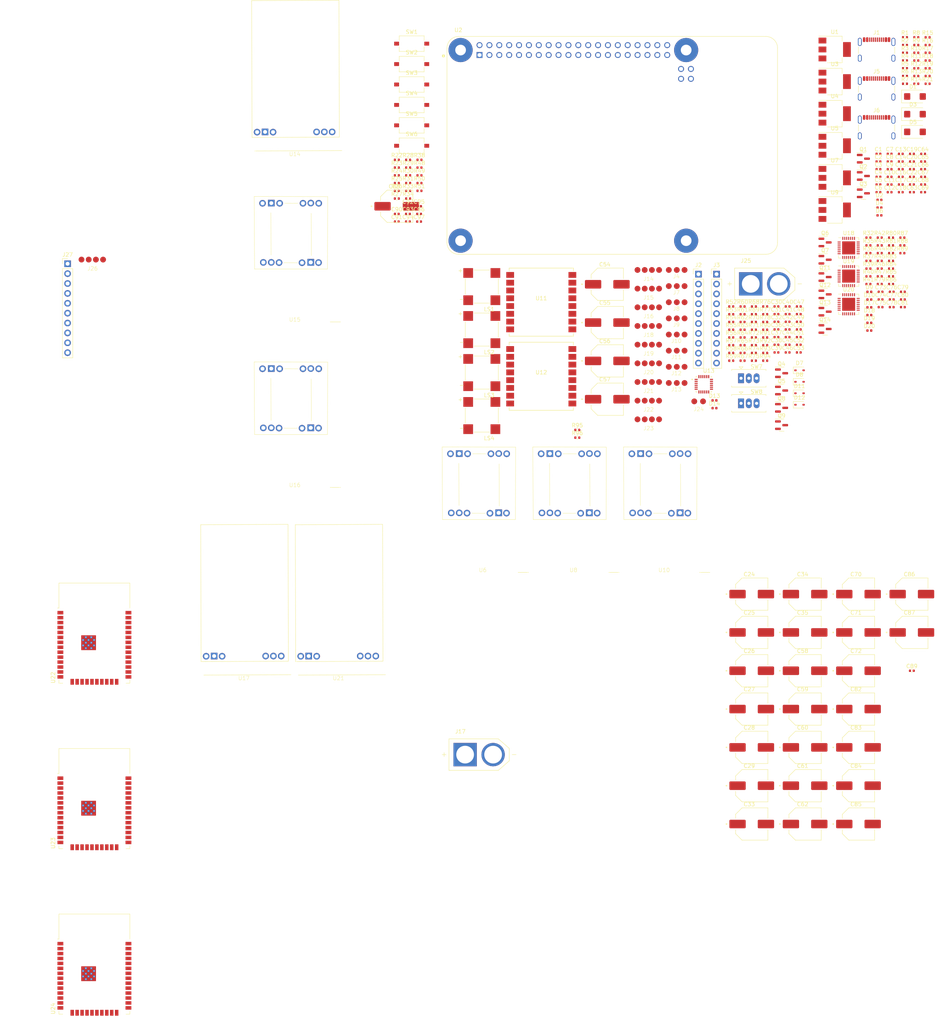
<source format=kicad_pcb>
(kicad_pcb (version 20221018) (generator pcbnew)
  (layers (0 "F.Cu" signal) (31 "B.Cu" signal) (34 "B.Paste" user) (35 "F.Paste" user) (36 "B.SilkS" user "B.Silkscreen") (37 "F.SilkS" user "F.Silkscreen") (38 "B.Mask" user) (39 "F.Mask" user) (44 "Edge.Cuts" user))
  (net 0 "")
  (net 1 "VCCQ")
  (net 2 "GND")
  (net 3 "Net-(Q1-G)")
  (net 4 "Net-(Q1-D)")
  (net 5 "+3.3V")
  (net 6 "VBUS")
  (net 7 "Net-(Q2-G)")
  (net 8 "Net-(Q2-D)")
  (net 9 "Net-(Q3-G)")
  (net 10 "Net-(Q3-D)")
  (net 11 "+5V")
  (net 12 "Net-(D2-A)")
  (net 13 "Net-(D4-A)")
  (net 14 "Net-(D6-A)")
  (net 15 "Net-(J1-CC1)")
  (net 17 "Net-(J1-CC2)")
  (net 19 "Net-(J5-CC1)")
  (net 21 "Net-(J5-CC2)")
  (net 23 "Net-(J6-CC1)")
  (net 25 "Net-(J6-CC2)")
  (net 27 "Net-(U11-VDD)")
  (net 28 "Net-(U12-VDD)")
  (net 29 "Net-(U13-CPOUT)")
  (net 30 "Net-(U13-VDD)")
  (net 31 "Net-(U13-REGOUT)")
  (net 32 "Net-(U18-VDD)")
  (net 33 "Net-(U19-VDD)")
  (net 34 "Net-(U20-VDD)")
  (net 35 "Net-(D9-A)")
  (net 36 "Net-(D10-A)")
  (net 37 "Net-(D17-A)")
  (net 38 "Net-(D18-A)")
  (net 39 "Net-(D19-A)")
  (net 40 "Net-(D20-A)")
  (net 41 "Net-(Q6-B)")
  (net 42 "/UART Bridge/RTS1")
  (net 43 "Net-(Q7-B)")
  (net 44 "/UART Bridge/DTR1")
  (net 45 "Net-(Q11-B)")
  (net 46 "/UART Bridge/RTS2")
  (net 47 "Net-(Q12-B)")
  (net 48 "/UART Bridge/DTR2")
  (net 49 "Net-(Q13-B)")
  (net 50 "/UART Bridge/RTS3")
  (net 51 "Net-(Q14-B)")
  (net 52 "/UART Bridge/DTR3")
  (net 53 "Net-(U18-VBUS)")
  (net 54 "Net-(U18-~{RST})")
  (net 55 "Net-(U18-TXD)")
  (net 56 "Net-(U18-RXD)")
  (net 57 "Net-(U19-VBUS)")
  (net 58 "Net-(U19-~{RST})")
  (net 59 "Net-(U19-TXD)")
  (net 60 "Net-(U19-RXD)")
  (net 61 "Net-(U20-VBUS)")
  (net 62 "Net-(U20-~{RST})")
  (net 63 "Net-(U20-TXD)")
  (net 64 "Net-(U20-RXD)")
  (net 65 "Net-(Q4-C)")
  (net 66 "Net-(D7-PadC)")
  (net 67 "Net-(Q5-C)")
  (net 68 "Net-(D8-PadC)")
  (net 69 "Net-(Q8-C)")
  (net 70 "Net-(D11-PadC)")
  (net 71 "Net-(Q9-C)")
  (net 72 "Net-(D12-PadC)")
  (net 73 "Net-(D13-A)")
  (net 74 "Net-(D14-A)")
  (net 75 "/BuzzJ1")
  (net 76 "/BuzzJ2")
  (net 77 "/BuzzJ3")
  (net 78 "/BuzzJ4")
  (net 79 "Net-(U1-VO)")
  (net 80 "Net-(U3-VO)")
  (net 81 "Net-(U5-VO)")
  (net 82 "Net-(J2-Pin_6)")
  (net 83 "/Aa")
  (net 84 "Net-(J3-Pin_6)")
  (net 136 "/Ab")
  (net 137 "Net-(J3-Pin_5)")
  (net 138 "Net-(J4-Pin_1)")
  (net 139 "/Vx1")
  (net 140 "Net-(J4-Pin_2)")
  (net 141 "Net-(J7-Pin_1)")
  (net 142 "/Vx2")
  (net 143 "Net-(J7-Pin_2)")
  (net 144 "Net-(J8-Pin_1)")
  (net 145 "/Vx3")
  (net 146 "Net-(J8-Pin_2)")
  (net 147 "Net-(J9-Pin_1)")
  (net 148 "/Vx4")
  (net 149 "Net-(J9-Pin_2)")
  (net 150 "Net-(J10-Pin_1)")
  (net 151 "/Vy1")
  (net 152 "Net-(J10-Pin_2)")
  (net 153 "Net-(J11-Pin_1)")
  (net 154 "/Vy2")
  (net 155 "Net-(J11-Pin_2)")
  (net 156 "Net-(J12-Pin_1)")
  (net 157 "/Vy3")
  (net 158 "Net-(J12-Pin_2)")
  (net 159 "Net-(J13-Pin_1)")
  (net 160 "/Vy4")
  (net 161 "Net-(J13-Pin_2)")
  (net 162 "Net-(J23-Pin_1)")
  (net 163 "Net-(J22-Pin_1)")
  (net 164 "Net-(J21-Pin_1)")
  (net 165 "Net-(U13-AD0)")
  (net 166 "/SCL1")
  (net 167 "/SDA1")
  (net 168 "5V")
  (net 173 "/tx")
  (net 174 "/rx")
  (net 175 "/gp17")
  (net 176 "/gp18")
  (net 177 "/gp27")
  (net 181 "/mosi")
  (net 182 "/miso")
  (net 184 "/sclk")
  (net 185 "/ce0")
  (net 186 "/ce1")
  (net 203 "/RST1")
  (net 204 "/DIO11")
  (net 210 "/VSCK")
  (net 211 "/VMISO")
  (net 212 "/VMOSI")
  (net 213 "/VCS_1")
  (net 214 "/RST2")
  (net 215 "/DIO12")
  (net 221 "/VCS_2")
  (net 229 "/SCLx")
  (net 230 "/SDAx")
  (net 231 "/RX1")
  (net 232 "/TX1")
  (net 233 "/RX2")
  (net 234 "/TX2")
  (net 235 "/RX3")
  (net 236 "/TX3")
  (net 237 "/S1-12")
  (net 238 "/S1-13")
  (net 239 "/S1-14")
  (net 240 "/S2-32")
  (net 241 "/S2-27")
  (net 242 "/S2-26")
  (net 243 "/S3-13")
  (net 244 "/S3-14")
  (net 245 "/S3-15")
  (net 246 "/RX_2")
  (net 247 "/TX_2")
  (net 248 "/RX_3")
  (net 249 "/TX_3")
  (net 250 "/RX_4")
  (net 251 "/TX_4")
  (net 252 "Vin")
  (net 253 "4S")
  (net 255 "/EN1")
  (net 256 "Net-(U6-5V)")
  (net 257 "Net-(U22-VDD)")
  (net 258 "/IO01")
  (net 259 "/EN2")
  (net 260 "Net-(U23-VDD)")
  (net 261 "/IO02")
  (net 262 "/EN3")
  (net 263 "Net-(U24-VDD)")
  (net 264 "/IO03")
  (net 265 "/D1+")
  (net 266 "/D1-")
  (net 267 "/D2+")
  (net 268 "/D2-")
  (net 269 "/D3+")
  (net 270 "/D3-")
  (net 271 "Net-(U15-5V)")
  (footprint "Resistor_SMD:R_0402_1005Metric" (layer "F.Cu") (at 440.487 50.59)
    (fp_text reference "R51")
    (fp_text value "1K")
  )
  (footprint "Battery:CAPAE830X1000N" (layer "F.Cu") (at 539.647 193.66)
    (fp_text reference "C60")
    (fp_text value "100uF")
  )
  (footprint "Capacitor_SMD:C_0402_1005Metric" (layer "F.Cu") (at 538.017 90.17)
    (fp_text reference "C52")
    (fp_text value "0.1uF")
  )
  (footprint "Capacitor_SMD:C_0402_1005Metric" (layer "F.Cu") (at 567.117 50.94)
    (fp_text reference "C63")
    (fp_text value "0.1uF")
  )
  (footprint "Capacitor_SMD:C_0402_1005Metric" (layer "F.Cu") (at 440.387 54.56)
    (fp_text reference "C95")
    (fp_text value "0.1uF")
  )
  (footprint "RF_Module:ESP32-WROOM-32D" (layer "F.Cu") (at 356.905 167.285)
    (fp_text reference "U22")
    (fp_text value "ESP32-WROOM-32D")
  )
  (footprint "Resistor_SMD:R_0402_1005Metric" (layer "F.Cu") (at 434.667 48.6)
    (fp_text reference "R25")
    (fp_text value "1K")
  )
  (footprint "Battery:CAPAE830X1000N" (layer "F.Cu") (at 539.647 213.36)
    (fp_text reference "C62")
    (fp_text value "100uF")
  )
  (footprint "Capacitor_SMD:C_0402_1005Metric" (layer "F.Cu") (at 567.097 173.96)
    (fp_text reference "C89")
    (fp_text value "0.1uF")
  )
  (footprint "Capacitor_SMD:C_0402_1005Metric" (layer "F.Cu") (at 558.507 43.06)
    (fp_text reference "C2")
    (fp_text value "0.1uF")
  )
  (footprint "Button_Switch_SMD:SW_Tactile_SPST_NO_Straight_CK_PTS636Sx25SMTRLFS" (layer "F.Cu") (at 438.487 12.76)
    (fp_text reference "SW1")
    (fp_text value "SW_DPST_x2")
  )
  (footprint "Button_Switch_SMD:AMASS_XT60-M" (layer "F.Cu") (at 529.2655 74.51)
    (fp_text reference "J25")
    (fp_text value "XT60-M")
  )
  (footprint "Audio_Module:buck 5v" (layer "F.Cu") (at 408.437 126.73)
    (fp_text reference "U16")
    (fp_text value "~")
  )
  (footprint "Resistor_SMD:R_0402_1005Metric" (layer "F.Cu") (at 437.577 44.62)
    (fp_text reference "R29")
    (fp_text value "1K")
  )
  (footprint "Resistor_SMD:R_0402_1005Metric" (layer "F.Cu") (at 529.387 88.29)
    (fp_text reference "R91")
    (fp_text value "1K")
  )
  (footprint "Capacitor_SMD:C_0402_1005Metric" (layer "F.Cu") (at 564.247 43.06)
    (fp_text reference "C14")
    (fp_text value "0.1uF")
  )
  (footprint "Capacitor_SMD:C_0402_1005Metric" (layer "F.Cu") (at 532.277 84.26)
    (fp_text reference "C32")
    (fp_text value "0.1uF")
  )
  (footprint "Capacitor_SMD:C_0402_1005Metric" (layer "F.Cu") (at 532.277 92.14)
    (fp_text reference "C39")
    (fp_text value "0.1uF")
  )
  (footprint "Button_Switch_SMD:solder_pad_4" (layer "F.Cu") (at 499.402 88.135)
    (fp_text reference "J18")
    (fp_text value "Peri Soc 1")
  )
  (footprint "Package_DFN_QFN:QFN-28-1EP_5x5mm_P0.5mm_EP3.35x3.35mm" (layer "F.Cu") (at 550.847 72.51)
    (fp_text reference "U19")
    (fp_text value "CP2102N-Axx-xQFN28")
  )
  (footprint "LED_SMD:LED_0402_1005Metric" (layer "F.Cu") (at 556.162 86.51)
    (fp_text reference "D20")
    (fp_text value "LED")
  )
  (footprint "Battery:CAPAE830X1000N" (layer "F.Cu") (at 525.922 203.51)
    (fp_text reference "C29")
    (fp_text value "100uF")
  )
  (footprint "Resistor_SMD:R_0402_1005Metric" (layer "F.Cu") (at 440.487 42.63)
    (fp_text reference "R38")
    (fp_text value "0")
  )
  (footprint "Connector_USB:USB_C_Receptacle_GCT_USB4105-xx-A_16P_TopMnt_Horizontal" (layer "F.Cu") (at 558.027 15.42)
    (fp_text reference "J1")
    (fp_text value "USB_C_Receptacle_USB2.0_16P")
  )
  (footprint "Battery:smd_pad_10" (layer "F.Cu") (at 506.552 102.135)
    (fp_text reference "J13")
    (fp_text value "Yaxis J4")
  )
  (footprint "LED_SMD:LED_0402_1005Metric" (layer "F.Cu") (at 516.342 104.46)
    (fp_text reference "D13")
    (fp_text value "LED")
  )
  (footprint "Resistor_SMD:R_0402_1005Metric" (layer "F.Cu") (at 568.237 17.1)
    (fp_text reference "R11")
    (fp_text value "100K")
  )
  (footprint "Battery:CAPAE830X1000N" (layer "F.Cu") (at 488.782 84.46)
    (fp_text reference "C55")
    (fp_text value "100uF")
  )
  (footprint "Resistor_SMD:R_0402_1005Metric" (layer "F.Cu") (at 568.237 15.11)
    (fp_text reference "R10")
    (fp_text value "5.1K")
  )
  (footprint "Resistor_SMD:R_0402_1005Metric" (layer "F.Cu") (at 555.927 66.61)
    (fp_text reference "R36")
    (fp_text value "220E")
  )
  (footprint "Capacitor_SMD:C_0402_1005Metric" (layer "F.Cu") (at 564.787 76.55)
    (fp_text reference "C79")
    (fp_text value "0.1uF")
  )
  (footprint "Capacitor_SMD:C_0402_1005Metric" (layer "F.Cu") (at 535.147 92.14)
    (fp_text reference "C46")
    (fp_text value "0.1uF")
  )
  (footprint "Resistor_SMD:R_0402_1005Metric" (layer "F.Cu") (at 520.657 84.31)
    (fp_text reference "R54")
    (fp_text value "0")
  )
  (footprint "Resistor_SMD:R_0402_1005Metric" (layer "F.Cu") (at 437.577 46.61)
    (fp_text reference "R30")
    (fp_text value "1K")
  )
  (footprint "Package_TO_SOT_SMD:SOT-23" (layer "F.Cu") (at 554.627 51.23)
    (fp_text reference "Q3")
    (fp_text value "AO3401A")
  )
  (footprint "Package_DFN_QFN:QFN-28-1EP_5x5mm_P0.5mm_EP3.35x3.35mm" (layer "F.Cu") (at 550.847 65.26)
    (fp_text reference "U18")
    (fp_text value "CP2102N-Axx-xQFN28")
  )
  (footprint "Resistor_SMD:R_0402_1005Metric" (layer "F.Cu") (at 520.657 90.28)
    (fp_text reference "R57")
    (fp_text value "0")
  )
  (footprint "Resistor_SMD:R_0402_1005Metric" (layer "F.Cu") (at 571.147 13.12)
    (fp_text reference "R16")
    (fp_text value "0")
  )
  (footprint "Resistor_SMD:R_0402_1005Metric" (layer "F.Cu") (at 526.477 88.29)
    (fp_text reference "R72")
    (fp_text value "0")
  )
  (footprint "Resistor_SMD:R_0402_1005Metric" (layer "F.Cu") (at 529.387 84.31)
    (fp_text reference "R78")
    (fp_text value "0")
  )
  (footprint "Connector_PinHeader_2.54mm:PinHeader_1x10_P2.54mm_Vertical" (layer "F.Cu") (at 350.012 69.342)
    (fp_text reference "J27")
    (fp_text value "RASP Peripheral")
  )
  (footprint "Resistor_SMD:R_0402_1005Metric" (layer "F.Cu") (at 561.747 70.59)
    (fp_text reference "R84")
    (fp_text value "220E")
  )
  (footprint "Resistor_SMD:R_0402_1005Metric" (layer "F.Cu") (at 440.487 46.61)
    (fp_text reference "R49")
    (fp_text value "1K")
  )
  (footprint "Resistor_SMD:R_0402_1005Metric" (layer "F.Cu") (at 529.387 94.26)
    (fp_text reference "R94")
    (fp_text value "220")
  )
  (footprint "Capacitor_SMD:C_0402_1005Metric" (layer "F.Cu") (at 559.047 80.49)
    (fp_text reference "C75")
    (fp_text value "0.1uF")
  )
  (footprint "Resistor_SMD:R_0402_1005Metric" (layer "F.Cu") (at 555.927 68.6)
    (fp_text reference "R37")
    (fp_text value "220E")
  )
  (footprint "Resistor_SMD:R_0402_1005Metric" (layer "F.Cu") (at 561.747 68.6)
    (fp_text reference "R83")
    (fp_text value "4.7K")
  )
  (footprint "Capacitor_SMD:C_0402_1005Metric" (layer "F.Cu") (at 569.987 47)
    (fp_text reference "C67")
    (fp_text value "0.1uF")
  )
  (footprint "Capacitor_SMD:C_0402_1005Metric" (layer "F.Cu") (at 567.117 48.97)
    (fp_text reference "C23")
    (fp_text value "0.1uF")
  )
  (footprint "Button_Switch_SMD:solder_pad_4" (layer "F.Cu") (at 356.437 71.067)
    (fp_text reference "J26")
    (fp_text value "UART RASP")
  )
  (footprint "RF_Module:Ai-Thinker-Ra-01-LoRa" (layer "F.Cu") (at 471.807 79.21)
    (fp_text reference "U11")
    (fp_text value "Ai-Thinker-Ra-02")
  )
  (footprint "Capacitor_SMD:C_0402_1005Metric" (layer "F.Cu") (at 561.377 41.09)
    (fp_text reference "C7")
    (fp_text value "0.1uF")
  )
  (footprint "Capacitor_SMD:C_0402_1005Metric" (layer "F.Cu") (at 569.987 48.97)
    (fp_text reference "C68")
    (fp_text value "0.1uF")
  )
  (footprint "Capacitor_SMD:C_0402_1005Metric" (layer "F.Cu") (at 538.017 84.26)
    (fp_text reference "C49")
    (fp_text value "0.1uF")
  )
  (footprint "Package_TO_SOT_SMD:SOT-23" (layer "F.Cu") (at 533.597 97.48)
    (fp_text reference "Q4")
    (fp_text value "BC847")
  )
  (footprint "Resistor_SMD:R_0402_1005Metric" (layer "F.Cu") (at 529.387 90.28)
    (fp_text reference "R92")
    (fp_text value "0")
  )
  (footprint "Capacitor_SMD:C_0402_1005Metric" (layer "F.Cu") (at 561.377 50.94)
    (fp_text reference "C12")
    (fp_text value "0.1uF")
  )
  (footprint "Resistor_SMD:R_0402_1005Metric" (layer "F.Cu") (at 523.567 80.33)
    (fp_text reference "R60")
    (fp_text value "0")
  )
  (footprint "LED_SMD:LED_0402_1005Metric" (layer "F.Cu") (at 516.342 106.45)
    (fp_text reference "D14")
    (fp_text value "LED")
  )
  (footprint "Battery:smd_pad_10" (layer "F.Cu") (at 506.552 77.235)
    (fp_text reference "J7")
    (fp_text value "Xaxis J2")
  )
  (footprint "Capacitor_SMD:C_0402_1005Metric" (layer "F.Cu") (at 561.377 45.03)
    (fp_text reference "C9")
    (fp_text value "0.1uF")
  )
  (footprint "Capacitor_SMD:C_0402_1005Metric" (layer "F.Cu") (at 538.017 82.29)
    (fp_text reference "C48")
    (fp_text value "100uF")
  )
  (footprint "Button_Switch_SMD:solder_motor" (layer "F.Cu") (at 512.302 107.215)
    (fp_text reference "J24")
    (fp_text value "5V")
  )
  (footprint "Resistor_SMD:R_0402_1005Metric" (layer "F.Cu") (at 526.477 94.26)
    (fp_text reference "R75")
    (fp_text value "0")
  )
  (footprint "Battery:CAPAE830X1000N" (layer "F.Cu") (at 488.782 94.31)
    (fp_text reference "C56")
    (fp_text value "100uF")
  )
  (footprint "Capacitor_SMD:C_0402_1005Metric" (layer "F.Cu") (at 532.277 82.29)
    (fp_text reference "C31")
    (fp_text value "0.1uF")
  )
  (footprint "Package_TO_SOT_SMD:SOT-23" (layer "F.Cu") (at 544.777 77.21)
    (fp_text reference "Q12")
    (fp_text value "BC817")
  )
  (footprint "Battery:CAPAE830X1000N" (layer "F.Cu") (at 434.647 54.56)
    (fp_text reference "C88")
    (fp_text value "100uF")
  )
  (footprint "Capacitor_SMD:C_0402_1005Metric" (layer "F.Cu") (at 559.047 76.55)
    (fp_text reference "C73")
    (fp_text value "0.1uF")
  )
  (footprint "Capacitor_SMD:C_0402_1005Metric" (layer "F.Cu") (at 564.787 78.52)
    (fp_text reference "C80")
    (fp_text value "0.1uF")
  )
  (footprint "Button_Switch_SMD:solder_pad_4" (layer "F.Cu") (at 499.402 107.335)
    (fp_text reference "J22")
    (fp_text value "UART Soc 2")
  )
  (footprint "Package_TO_SOT_SMD:SOT-23" (layer "F.Cu") (at 554.627 42.33)
    (fp_text reference "Q1")
    (fp_text value "AO3401A")
  )
  (footprint "Resistor_SMD:R_0402_1005Metric" (layer "F.Cu") (at 558.837 72.58)
    (fp_text reference "R47")
    (fp_text value "1K")
  )
  (footprint "Capacitor_SMD:C_0402_1005Metric" (layer "F.Cu") (at 535.147 86.23)
    (fp_text reference "C43")
    (fp_text value "0.1uF")
  )
  (footprint "Resistor_SMD:R_0402_1005Metric" (layer "F.Cu") (at 561.747 72.58)
    (fp_text reference "R85")
    (fp_text value "220E")
  )
  (footprint "Battery:CAPAE830X1000N" (layer "F.Cu") (at 567.097 154.26)
    (fp_text reference "C86")
    (fp_text value "100uF")
  )
  (footprint "Button_Switch_SMD:AMASS_XT60-M" (layer "F.Cu") (at 455.8255 195.52)
    (fp_text reference "J17")
    (fp_text value "XT60-M")
  )
  (footprint "Battery:smd_pad_10" (layer "F.Cu") (at 506.552 85.535)
    (fp_text reference "J9")
    (fp_text value "Xaxis J4")
  )
  (footprint "Capacitor_SMD:C_0402_1005Metric" (layer "F.Cu") (at 569.987 45.03)
    (fp_text reference "C66")
    (fp_text value "0.1uF")
  )
  (footprint "Resistor_SMD:R_0402_1005Metric" (layer "F.Cu") (at 523.567 94.26)
    (fp_text reference "R67")
    (fp_text value "0")
  )
  (footprint "Resistor_SMD:R_0402_1005Metric" (layer "F.Cu") (at 558.837 70.59)
    (fp_text reference "R46")
    (fp_text value "220E")
  )
  (footprint "Resistor_SMD:R_0402_1005Metric" (layer "F.Cu") (at 558.837 66.61)
    (fp_text reference "R44")
    (fp_text value "4.7K")
  )
  (footprint "Resistor_SMD:R_0402_1005Metric" (layer "F.Cu") (at 565.327 23.07)
    (fp_text reference "R7")
    (fp_text value "150E")
  )
  (footprint "Battery:CAPAE830X1000N" (layer "F.Cu") (at 488.782 104.16)
    (fp_text reference "C57")
    (fp_text value "100uF")
  )
  (footprint "Button_Switch_SMD:QFN50P400X400X95-24N" (layer "F.Cu") (at 513.602 100.325)
    (fp_text reference "U13")
    (fp_text value "MPU-6050")
  )
  (footprint "Resistor_SMD:R_0402_1005Metric" (layer "F.Cu") (at 437.577 48.6)
    (fp_text reference "R31")
    (fp_text value "1K")
  )
  (footprint "Resistor_SMD:R_0402_1005Metric" (layer "F.Cu") (at 555.927 62.63)
    (fp_text reference "R32")
    (fp_text value "0")
  )
  (footprint "Resistor_SMD:R_0402_1005Metric" (layer "F.Cu") (at 526.477 80.33)
    (fp_text reference "R68")
    (fp_text value "0")
  )
  (footprint "Resistor_SMD:R_0402_1005Metric" (layer "F.Cu") (at 481.074 112.056)
    (fp_text reference "R95")
    (fp_text value "0")
  )
  (footprint "LED_SMD:LED_0402_1005Metric" (layer "F.Cu") (at 558.762 56.9)
    (fp_text reference "D6")
    (fp_text value "LED")
  )
  (footprint "Capacitor_SMD:C_0402_1005Metric" (layer "F.Cu") (at 569.987 41.09)
    (fp_text reference "C64")
    (fp_text value "0.1uF")
  )
  (footprint "LED_SMD:LED_0402_1005Metric" (layer "F.Cu") (at 556.162 76.56)
    (fp_text reference "D9")
    (fp_text value "LED")
  )
  (footprint "Audio_Module:5v_usbbuck" (layer "F.Cu") (at 395.34 176.38)
    (fp_text reference "U17")
    (fp_text value "~")
  )
  (footprint "LED_SMD:LED_0402_1005Metric" (layer "F.Cu") (at 556.162 82.53)
    (fp_text reference "D18")
    (fp_text value "LED")
  )
  (footprint "Battery:CAPAE830X1000N" (layer "F.Cu") (at 539.647 173.96)
    (fp_text reference "C58")
    (fp_text value "100uF")
  )
  (footprint "Capacitor_SMD:C_0402_1005Metric" (layer "F.Cu") (at 535.147 80.32)
    (fp_text reference "C40")
    (fp_text value "0.1uF")
  )
  (footprint "Capacitor_SMD:C_0402_1005Metric" (layer "F.Cu") (at 440.387 56.53)
    (fp_text reference "C96")
    (fp_text value "0.1uF")
  )
  (footprint "Battery:CAPAE830X1000N" (layer "F.Cu") (at 553.372 183.81)
    (fp_text reference "C82")
    (fp_text value "100uF")
  )
  (footprint "Battery:CAPAE830X1000N" (layer "F.Cu") (at 553.372 193.66)
    (fp_text reference "C83")
    (fp_text value "100uF")
  )
  (footprint "Resistor_SMD:R_0402_1005Metric" (layer "F.Cu") (at 529.387 86.3)
    (fp_text reference "R90")
    (fp_text value "0")
  )
  (footprint "Resistor_SMD:R_0402_1005Metric" (layer "F.Cu") (at 434.667 44.62)
    (fp_text reference "R23")
    (fp_text value "0")
  )
  (footprint "Package_TO_SOT_SMD:SOT-23" (layer "F.Cu") (at 533.597 110.83)
    (fp_text reference "Q9")
    (fp_text value "BC847")
  )
  (footprint "Capacitor_SMD:C_0402_1005Metric" (layer "F.Cu") (at 561.377 47)
    (fp_text reference "C10")
    (fp_text value "0.1uF")
  )
  (footprint "Capacitor_SMD:C_0402_1005Metric" (layer "F.Cu") (at 532.277 80.32)
    (fp_text reference "C30")
    (fp_text value "0.1uF")
  )
  (footprint "Battery:CAPAE830X1000N" (layer "F.Cu") (at 525.922 173.96)
    (fp_text reference "C26")
    (fp_text value "100uF")
  )
  (footprint "Resistor_SMD:R_0402_1005Metric" (layer "F.Cu") (at 529.387 82.32)
    (fp_text reference "R77")
    (fp_text value "0")
  )
  (footprint "Capacitor_SMD:C_0402_1005Metric" (layer "F.Cu") (at 559.047 78.52)
    (fp_text reference "C74")
    (fp_text value "0.1uF")
  )
  (footprint "Resistor_SMD:R_0402_1005Metric" (layer "F.Cu") (at 571.147 19.09)
    (fp_text reference "R19")
    (fp_text value "0")
  )
  (footprint "Capacitor_SMD:C_0402_1005Metric" (layer "F.Cu") (at 538.017 86.23)
    (fp_text reference "C50")
    (fp_text value "0.1uF")
  )
  (footprint "Audio_Module:5v_usbbuck" (layer "F.Cu") (at 419.66 176.38)
    (fp_text reference "U21")
    (fp_text value "~")
  )
  (footprint "Capacitor_SMD:C_0402_1005Metric" (layer "F.Cu") (at 561.917 80.49)
    (fp_text reference "C78")
    (fp_text value "0.1uF")
  )
  (footprint "Battery:CAPAE830X1000N" (layer "F.Cu") (at 539.647 154.26)
    (fp_text reference "C34")
    (fp_text value "100uF")
  )
  (footprint "Capacitor_SMD:C_0402_1005Metric" (layer "F.Cu") (at 564.247 41.09)
    (fp_text reference "C13")
    (fp_text value "0.1uF")
  )
  (footprint "Package_TO_SOT_SMD:SOT-23" (layer "F.Cu") (at 544.777 63.86)
    (fp_text reference "Q6")
    (fp_text value "BC817")
  )
  (footprint "RF_Module:ESP32-WROOM-32D" (layer "F.Cu") (at 356.905 252.365)
    (fp_text reference "U24")
    (fp_text value "ESP32-WROOM-32D")
  )
  (footprint "Button_Switch_SMD:SW_Tactile_SPST_NO_Straight_CK_PTS636Sx25SMTRLFS" (layer "F.Cu") (at 438.487 18.01)
    (fp_text reference "SW2")
    (fp_text value "SW_DPST_x2")
  )
  (footprint "Resistor_SMD:R_0402_1005Metric" (layer "F.Cu") (at 526.477 92.27)
    (fp_text reference "R74")
    (fp_text value "0")
  )
  (footprint "RF_Module:Ai-Thinker-Ra-01-LoRa" (layer "F.Cu") (at 471.807 98.26)
    (fp_text reference "U12")
    (fp_text value "Ai-Thinker-Ra-02")
  )
  (footprint "LED_SMD:LED_0402_1005Metric" (layer "F.Cu") (at 558.762 52.92)
    (fp_text reference "D2")
    (fp_text value "LED")
  )
  (footprint "LED_SMD:LED_0402_1005Metric" (layer "F.Cu") (at 556.162 80.54)
    (fp_text reference "D17")
    (fp_text value "LED")
  )
  (footprint "Capacitor_SMD:C_0402_1005Metric" (layer "F.Cu") (at 567.117 43.06)
    (fp_text reference "C20")
    (fp_text value "0.1uF")
  )
  (footprint "Button_Switch_SMD:P25_DO-214AC_SMA" (layer "F.Cu") (at 565.897 35.44)
    (fp_text reference "D5")
    (fp_text value "SS34")
  )
  (footprint "Resistor_SMD:R_0402_1005Metric" (layer "F.Cu") (at 561.747 64.62)
    (fp_text reference "R81")
    (fp_text value "150E")
  )
  (footprint "Capacitor_SMD:C_0402_1005Metric" (layer "F.Cu") (at 561.917 78.52)
    (fp_text reference "C77")
    (fp_text value "0.1uF")
  )
  (footprint "Capacitor_SMD:C_0402_1005Metric" (layer "F.Cu") (at 437.517 54.56)
    (fp_text reference "C92")
    (fp_text value "0.1uF")
  )
  (footprint "Battery:CAPAE830X1000N" (layer "F.Cu") (at 539.647 203.51)
    (fp_text reference "C61")
    (fp_text value "100uF")
  )
  (footprint "Resistor_SMD:R_0402_1005Metric" (layer "F.Cu") (at 561.747 74.57)
    (fp_text reference "R86")
    (fp_text value "1K")
  )
  (footprint "Resistor_SMD:R_0402_1005Metric" (layer "F.Cu") (at 437.577 42.63)
    (fp_text reference "R28")
    (fp_text value "1K")
  )
  (footprint "Resistor_SMD:R_0402_1005Metric" (layer "F.Cu") (at 568.237 23.07)
    (fp_text reference "R14")
    (fp_text value "150E")
  )
  (footprint "Capacitor_SMD:C_0402_1005Metric" (layer "F.Cu") (at 569.987 43.06)
    (fp_text reference "C65")
    (fp_text value "0.1uF")
  )
  (footprint "Resistor_SMD:R_0402_1005Metric" (layer "F.Cu") (at 558.837 62.63)
    (fp_text reference "R42")
    (fp_text value "150E")
  )
  (footprint "Resistor_SMD:R_0402_1005Metric" (layer "F.Cu") (at 558.837 68.6)
    (fp_text reference "R45")
    (fp_text value "220E")
  )
  (footprint "Resistor_SMD:R_0402_1005Metric" (layer "F.Cu") (at 434.667 46.61)
    (fp_text reference "R24")
    (fp_text value "1K")
  )
  (footprint "Battery:CAPAE830X1000N" (layer "F.Cu") (at 567.097 164.11)
    (fp_text reference "C87")
    (fp_text value "100uF")
  )
  (footprint "Resistor_SMD:R_0402_1005Metric" (layer "F.Cu") (at 440.487 44.62)
    (fp_text reference "R48")
    (fp_text value "1K")
  )
  (footprint "Battery:smd_pad_10" (layer "F.Cu") (at 506.552 73.085)
    (fp_text reference "J4")
    (fp_text value "Xaxis J1")
  )
  (footprint "Resistor_SMD:R_0402_1005Metric" (layer "F.Cu") (at 564.657 64.62)
    (fp_text reference "R88")
    (fp_text value "150E")
  )
  (footprint "Resistor_SMD:R_0402_1005Metric" (layer "F.Cu") (at 571.147 17.1)
    (fp_text reference "R18")
    (fp_text value "100K")
  )
  (footprint "Resistor_SMD:R_0402_1005Metric" (layer "F.Cu") (at 526.477 84.31)
    (fp_text reference "R70")
    (fp_text value "0")
  )
  (footprint "Capacitor_SMD:C_0402_1005Metric" (layer "F.Cu") (at 561.377 43.06)
    (fp_text reference "C8")
    (fp_text value "0.1uF")
  )
  (footprint "Capacitor_SMD:C_0402_1005Metric" (layer "F.Cu") (at 567.117 45.03)
    (fp_text reference "C21")
    (fp_text value "0.1uF")
  )
  (footprint "LED_SMD:LED_0402_1005Metric" (layer "F.Cu") (at 556.162 78.55)
    (fp_text reference "D10")
    (fp_text value "LED")
  )
  (footprint "Package_TO_SOT_SMD:SOT-223-3_TabPin2" (layer "F.Cu") (at 547.257 39.01)
    (fp_text reference "U5")
    (fp_text value "AMS1117-3.3")
  )
  (footprint "Package_TO_SOT_SMD:SOT-223-3_TabPin2" (layer "F.Cu") (at 547.257 47.26)
    (fp_text reference "U7")
    (fp_text value "AMS1117-3.3")
  )
  (footprint "Resistor_SMD:R_0402_1005Metric" (layer "F.Cu") (at 520.657 94.26)
    (fp_text reference "R59")
    (fp_text value "0")
  )
  (footprint "Capacitor_SMD:C_0402_1005Metric" (layer "F.Cu") (at 567.117 47)
    (fp_text reference "C22")
    (fp_text value "0.1uF")
  )
  (footprint "Audio_Module:buck 5v" (layer "F.Cu") (at 480.082 148.585)
    (fp_text reference "U8")
    (fp_text value "~")
  )
  (footprint "Capacitor_SMD:C_0402_1005Metric" (layer "F.Cu") (at 564.247 45.03)
    (fp_text reference "C15")
    (fp_text value "0.1uF")
  )
  (footprint "Resistor_SMD:R_0402_1005Metric" (layer "F.Cu") (at 520.657 92.27)
    (fp_text reference "R58")
    (fp_text value "0")
  )
  (footprint "Capacitor_SMD:C_0402_1005Metric" (layer "F.Cu") (at 437.517 56.53)
    (fp_text reference "C93")
    (fp_text value "0.1uF")
  )
  (footprint "Capacitor_SMD:C_0402_1005Metric" (layer "F.Cu") (at 437.517 58.5)
    (fp_text reference "C94")
    (fp_text value "0.1uF")
  )
  (footprint "Button_Switch_SMD:SW_Tactile_SPST_NO_Straight_CK_PTS636Sx25SMTRLFS" (layer "F.Cu") (at 438.487 33.76)
    (fp_text reference "SW5")
    (fp_text value "SW_DPST_x2")
  )
  (footprint "Capacitor_SMD:CUI_CMT-8530S-SMT" (layer "F.Cu") (at 446.512 86.26)
    (fp_text reference "LS2")
    (fp_text value "CMT-8530S-SMT")
  )
  (footprint "Battery:smd_pad_10" (layer "F.Cu") (at 506.552 93.835)
    (fp_text reference "J11")
    (fp_text value "Yaxis J2")
  )
  (footprint "Package_TO_SOT_SMD:SOT-23" (layer "F.Cu") (at 554.627 46.78)
    (fp_text reference "Q2")
    (fp_text value "AO3401A")
  )
  (footprint "Button_Switch_SMD:solder_pad_4" (layer "F.Cu") (at 499.402 112.135)
    (fp_text reference "J23")
    (fp_text value "UART Soc 3")
  )
  (footprint "Resistor_SMD:R_0402_1005Metric" (layer "F.Cu") (at 565.327 19.09)
    (fp_text reference "R5")
    (fp_text value "0")
  )
  (footprint "Resistor_SMD:R_0402_1005Metric" (layer "F.Cu") (at 564.657 66.61)
    (fp_text reference "R89")
    (fp_text value "150E")
  )
  (footprint "Resistor_SMD:R_0402_1005Metric" (layer "F.Cu") (at 434.667 50.59)
    (fp_text reference "R26")
    (fp_text value "1K")
  )
  (footprint "Resistor_SMD:R_0402_1005Metric" (layer "F.Cu") (at 571.147 15.11)
    (fp_text reference "R17")
    (fp_text value "5.1K")
  )
  (footprint "Package_TO_SOT_SMD:SOT-23" (layer "F.Cu") (at 544.777 86.11)
    (fp_text reference "Q14")
    (fp_text value "BC817")
  )
  (footprint "Package_TO_SOT_SMD:SOT-23" (layer "F.Cu") (at 533.597 106.38)
    (fp_text reference "Q8")
    (fp_text value "BC847")
  )
  (footprint "Diode_SMD:D_SOD-323" (layer "F.Cu") (at 538.212 96.73)
    (fp_text reference "D7")
    (fp_text value "1N4148")
  )
  (footprint "Capacitor_SMD:C_0402_1005Metric" (layer "F.Cu") (at 558.507 45.03)
    (fp_text reference "C3")
    (fp_text value "0.1uF")
  )
  (footprint "Button_Switch_THT:SW_Slide_1P2T_CK_OS102011MS2Q" (layer "F.Cu") (at 523.177 98.775)
    (fp_text reference "SW7")
    (fp_text value "SW_SPDT")
  )
  (footprint "Capacitor_SMD:C_0402_1005Metric" (layer "F.Cu") (at 532.277 90.17)
    (fp_text reference "C38")
    (fp_text value "0.1uF")
  )
  (footprint "Capacitor_SMD:CUI_CMT-8530S-SMT" (layer "F.Cu") (at 446.512 75.21)
    (fp_text reference "LS1")
    (fp_text value "CMT-8530S-SMT")
  )
  (footprint "Button_Switch_SMD:MODULE_RASPBERRY_PI_4B_4GB" (layer "F.Cu") (at 490.062 38.91)
    (fp_text reference "U2")
    (fp_text value "RASPBERRY_PI_4B_4GB")
  )
  (footprint "Button_Switch_THT:SW_Slide_1P2T_CK_OS102011MS2Q" (layer "F.Cu") (at 523.177 105.22)
    (fp_text reference "SW8")
    (fp_text value "SW_SPDT")
  )
  (footprint "Audio_Module:5v_usbbuck" (layer "F.Cu") (at 408.437 41.65)
    (fp_text reference "U14")
    (fp_text value "~")
  )
  (footprint "Resistor_SMD:R_0402_1005Metric" (layer "F.Cu") (at 571.147 11.13)
    (fp_text reference "R15")
    (fp_text value "5.1K")
  )
  (footprint "Battery:CAPAE830X1000N" (layer "F.Cu") (at 488.782 74.61)
    (fp_text reference "C54")
    (fp_text value "100uF")
  )
  (footprint "Connector_USB:USB_C_Receptacle_GCT_USB4105-xx-A_16P_TopMnt_Horizontal" (layer "F.Cu") (at 558.027 35.4)
    (fp_text reference "J6")
    (fp_text value "USB_C_Receptacle_USB2.0_16P")
  )
  (footprint "Package_TO_SOT_SMD:SOT-223-3_TabPin2" (layer "F.Cu") (at 547.257 14.26)
    (fp_text reference "U1")
    (fp_text value "AMS1117-3.3")
  )
  (footprint "Capacitor_SMD:C_0402_1005Metric" (layer "F.Cu") (at 558.507 50.94)
    (fp_text reference "C6")
    (fp_text value "0.1uF")
  )
  (footprint "Package_TO_SOT_SMD:SOT-223-3_TabPin2" (layer "F.Cu") (at 547.257 22.51)
    (fp_text reference "U3")
    (fp_text value "AMS1117-3.3")
  )
  (footprint "Resistor_SMD:R_0402_1005Metric" (layer "F.Cu") (at 520.657 88.29)
    (fp_text reference "R56")
    (fp_text value "0")
  )
  (footprint "Button_Switch_SMD:solder_pad_4" (layer "F.Cu") (at 499.402 83.335)
    (fp_text reference "J16")
    (fp_text value "ICSP3")
  )
  (footprint "Capacitor_SMD:C_0402_1005Metric" (layer "F.Cu") (at 535.147 90.17)
    (fp_text reference "C45")
    (fp_text value "0.1uF")
  )
  (footprint "Resistor_SMD:R_0402_1005Metric" (layer "F.Cu") (at 481.074 114.046)
    (fp_text reference "R96")
    (fp_text value "1K")
  )
  (footprint "Resistor_SMD:R_0402_1005Metric" (layer "F.Cu") (at 526.477 86.3)
    (fp_text reference "R71")
    (fp_text value "0")
  )
  (footprint "Diode_SMD:D_SOD-323" (layer "F.Cu") (at 538.212 105.58)
    (fp_text reference "D12")
    (fp_text value "1N4148")
  )
  (footprint "Package_TO_SOT_SMD:SOT-23" (layer "F.Cu") (at 544.777 68.31)
    (fp_text reference "Q7")
    (fp_text value "BC817")
  )
  (footprint "Capacitor_SMD:C_0402_1005Metric" (layer "F.Cu") (at 564.247 50.94)
    (fp_text reference "C18")
    (fp_text value "0.1uF")
  )
  (footprint "Capacitor_SMD:C_0402_1005Metric" (layer "F.Cu") (at 564.247 48.97)
    (fp_text reference "C17")
    (fp_text value "0.1uF")
  )
  (footprint "Capacitor_SMD:C_0402_1005Metric" (layer "F.Cu") (at 535.147 84.26)
    (fp_text reference "C42")
    (fp_text value "0.1uF")
  )
  (footprint "Capacitor_SMD:C_0402_1005Metric" (layer "F.Cu") (at 538.017 88.2)
    (fp_text reference "C51")
    (fp_text value "2.2nF")
  )
  (footprint "Battery:CAPAE830X1000N" (layer "F.Cu") (at 539.647 164.11)
    (fp_text reference "C35")
    (fp_text value "100uF")
  )
  (footprint "Diode_SMD:D_SOD-323" (layer "F.Cu") (at 538.212 99.68)
    (fp_text reference "D8")
    (fp_text value "1N4148")
  )
  (footprint "Capacitor_SMD:C_0402_1005Metric" (layer "F.Cu") (at 532.277 86.23)
    (fp_text reference "C36")
    (fp_text value "0.1uF")
  )
  (footprint "Resistor_SMD:R_0402_1005Metric" (layer "F.Cu") (at 520.657 86.3)
    (fp_text reference "R55")
    (fp_text value "0")
  )
  (footprint "Resistor_SMD:R_0402_1005Metric" (layer "F.Cu") (at 568.237 19.09)
    (fp_text reference "R12")
    (fp_text value "0")
  )
  (footprint "Capacitor_SMD:C_0402_1005Metric" (layer "F.Cu") (at 434.647 58.5)
    (fp_text reference "C91")
    (fp_text value "0.1uF")
  )
  (footprint "Capacitor_SMD:C_0402_1005Metric" (layer "F.Cu") (at 535.147 88.2)
    (fp_text reference "C44")
    (fp_text value "0.1uF")
  )
  (footprint "Capacitor_SMD:C_0402_1005Metric" (layer "F.Cu") (at 569.987 50.94)
    (fp_text reference "C69")
    (fp_text value "0.1uF")
  )
  (footprint "Battery:smd_pad_10" (layer "F.Cu") (at 506.552 81.385)
    (fp_text reference "J8")
    (fp_text value "Xaxis J3")
  )
  (footprint "Button_Switch_SMD:solder_pad_4" (layer "F.Cu") (at 499.402 78.535)
    (fp_text reference "J15")
    (fp_text value "ICSP2")
  )
  (footprint "Capacitor_SMD:C_0402_1005Metric" (layer "F.Cu") (at 558.507 47)
    (fp_text reference "C4")
    (fp_text value "0.1uF")
  )
  (footprint "Capacitor_SMD:C_0402_1005Metric" (layer "F.Cu") (at 558.507 48.97)
    (fp_text reference "C5")
    (fp_text value "0.1uF")
  )
  (footprint "Resistor_SMD:R_0402_1005Metric" (layer "F.Cu") (at 523.567 84.31)
    (fp_text reference "R62")
    (fp_text value "0")
  )
  (footprint "Audio_Module:buck 5v" (layer "F.Cu") (at 456.762 148.585)
    (fp_text reference "U6")
    (fp_text value "~")
  )
  (footprint "Audio_Module:buck 5v" (layer "F.Cu") (at 503.402 148.585)
    (fp_text reference "U10")
    (fp_text value "~")
  )
  (footprint "Resistor_SMD:R_0402_1005Metric" (layer "F.Cu") (at 526.477 82.32)
    (fp_text reference "R69")
    (fp_text value "0")
  )
  (footprint "Resistor_SMD:R_0402_1005Metric" (layer "F.Cu") (at 520.657 82.32)
    (fp_text reference "R53")
    (fp_text value "0")
  )
  (footprint "Capacitor_SMD:C_0402_1005Metric" (layer "F.Cu") (at 564.247 47)
    (fp_text reference "C16")
    (fp_text value "0.1uF")
  )
  (footprint "Resistor_SMD:R_0402_1005Metric" (layer "F.Cu") (at 523.567 82.32)
    (fp_text reference "R61")
    (fp_text value "0")
  )
  (footprint "Battery:CAPAE830X1000N" (layer "F.Cu") (at 525.922 154.26)
    (fp_text reference "C24")
    (fp_text value "100uF")
  )
  (footprint "Resistor_SMD:R_0402_1005Metric" (layer "F.Cu") (at 440.487 48.6)
    (fp_text reference "R50")
    (fp_text value "1K")
  )
  (footprint "Battery:CAPAE830X1000N" (layer "F.Cu") (at 525.922 213.36)
    (fp_text reference "C33")
    (fp_text value "100uF")
  )
  (footprint "LED_SMD:LED_0402_1005Metric" (layer "F.Cu") (at 556.162 84.52)
    (fp_text reference "D19")
    (fp_text value "LED")
  )
  (footprint "Resistor_SMD:R_0402_1005Metric" (layer "F.Cu") (at 565.327 21.08)
    (fp_text reference "R6")
    (fp_text value "0")
  )
  (footprint "Capacitor_SMD:C_0402_1005Metric" (layer "F.Cu") (at 434.647 56.53)
    (fp_text reference "C90")
    (fp_text value "0.1uF")
  )
  (footprint "Battery:CAPAE830X1000N" (layer "F.Cu") (at 525.922 193.66)
    (fp_text reference "C28")
    (fp_text value "100uF")
  )
  (footprint "Capacitor_SMD:C_0402_1005Metric" (layer "F.Cu") (at 538.017 92.14)
    (fp_text reference "C53")
    (fp_text value "0.1uF")
  )
  (footprint "Button_Switch_SMD:SW_Tactile_SPST_NO_Straight_CK_PTS636Sx25SMTRLFS" (layer "F.Cu") (at 438.487 39.01)
    (fp_text reference "SW6")
    (fp_text value "SW_DPST_x2")
  )
  (footprint "Battery:CAPAE830X1000N" (layer "F.Cu") (at 539.647 183.81)
    (fp_text reference "C59")
    (fp_text value "100uF")
  )
  (footprint "Package_TO_SOT_SMD:SOT-23" (layer "F.Cu") (at 533.597 101.93)
    (fp_text reference "Q5")
    (fp_text value "BC847")
  )
  (footprint "Button_Switch_SMD:solder_pad_4" (layer "F.Cu") (at 499.402 73.735)
    (fp_text reference "J14")
    (fp_text value "ICSP1")
  )
  (footprint "Resistor_SMD:R_0402_1005Metric" (layer "F.Cu") (at 434.667 42.63)
    (fp_text reference "R22")
    (fp_text value "0")
  )
  (footprint "Button_Switch_SMD:P25_DO-214AC_SMA" (layer "F.Cu") (at 565.897 26.34)
    (fp_text reference "D1")
    (fp_text value "SS34")
  )
  (footprint "Resistor_SMD:R_0402_1005Metric" (layer "F.Cu") (at 561.747 66.61)
    (fp_text reference "R82")
    (fp_text value "0")
  )
  (footprint "Audio_Module:buck 5v" (layer "F.Cu") (at 408.437 84.19)
    (fp_text reference "U15")
    (fp_text value "~")
  )
  (footprint "Resistor_SMD:R_0402_1005Metric" (layer "F.Cu") (at 571.147 23.07)
    (fp_text reference "R21")
    (fp_text value "150E")
  )
  (footprint "Resistor_SMD:R_0402_1005Metric" (layer "F.Cu") (at 437.577 50.59)
    (fp_text reference "R33")
    (fp_text value "1K")
  )
  (footprint "Capacitor_SMD:C_0402_1005Metric" (layer "F.Cu") (at 538.017 80.32)
    (fp_text reference "C47")
    (fp_text value "100uF")
  )
  (footprint "Resistor_SMD:R_0402_1005Metric" (layer "F.Cu") (at 523.567 88.29)
    (fp_text reference "R64")
    (fp_text value "0")
  )
  (footprint "Button_Switch_SMD:solder_pad_4" (layer "F.Cu") (at 499.402 92.935)
    (fp_text reference "J19")
    (fp_text value "Peri Soc 2")
  )
  (footprint "Battery:smd_pad_10" (layer "F.Cu") (at 506.552 89.685)
    (fp_text reference "J10")
    (fp_text value "Yaxis J1")
  )
  (footprint "Resistor_SMD:R_0402_1005Metric" (layer "F.Cu") (at 555.927 72.58)
    (fp_text reference "R40")
    (fp_text value "1K")
  )
  (footprint "Capacitor_SMD:CUI_CMT-8530S-SMT" (layer "F.Cu") (at 446.512 108.36)
    (fp_text reference "LS4")
    (fp_text value "CMT-8530S-SMT")
  )
  (footprint "Capacitor_SMD:C_0402_1005Metric" (layer "F.Cu") (at 567.117 41.09)
    (fp_text reference "C19")
    (fp_text value "0.1uF")
  )
  (footprint "Button_Switch_SMD:solder_pad_4" (layer "F.Cu") (at 499.402 102.535)
    (fp_text reference "J21")
    (fp_text value "UART Soc 1")
  )
  (footprint "Capacitor_SMD:C_0402_1005Metric" (layer "F.Cu") (at 532.277 88.2)
    (fp_text reference "C37")
    (fp_text value "0.1uF")
  )
  (footprint "Resistor_SMD:R_0402_1005Metric" (layer "F.Cu") (at 526.477 90.28)
    (fp_text reference "R73")
    (fp_text value "0")
  )
  (footprint "Battery:CAPAE830X1000N" (layer "F.Cu") (at 553.372 173.96)
    (fp_text reference "C72")
    (fp_text value "100uF")
  )
  (footprint "Connector_PinHeader_2.54mm:PinHeader_1x10_P2.54mm_Vertical" (layer "F.Cu") (at 512.227 72.01)
    (fp_text reference "J2")
    (fp_text value "ADS1115 A1")
  )
  (footprint "Capacitor_SMD:C_0402_1005Metric" (layer "F.Cu") (at 558.507 41.09)
    (fp_text reference "C1")
    (fp_text value "0.1uF")
  )
  (footprint "Battery:CAPAE830X1000N" (layer "F.Cu") (at 553.372 203.51)
    (fp_text reference "C84")
    (fp_text value "100uF")
  )
  (footprint "Battery:CAPAE830X1000N" (layer "F.Cu") (at 553.372 154.26)
    (fp_text reference "C70")
    (fp_text value "100uF")
  )
  (footprint "Resistor_SMD:R_0402_1005Metric" (layer "F.Cu") (at 565.327 13.12)
    (fp_text reference "R2")
    (fp_text value "0")
  )
  (footprint "Connector_PinHeader_2.54mm:PinHeader_1x10_P2.54mm_Vertical" (layer "F.Cu") (at 516.877 72.01)
    (fp_text reference "J3")
    (fp_text value "ADS1115 A2")
  )
  (footprint "Resistor_SMD:R_0402_1005Metric" (layer "F.Cu") (at 523.567 86.3)
    (fp_text reference "R63")
    (fp_text value "0")
  )
  (footprint "Connector_USB:USB_C_Receptacle_GCT_USB4105-xx-A_16P_TopMnt_Horizontal" (layer "F.Cu") (at 558.027 25.41)
    (fp_text reference "J5")
    (fp_text value "USB_C_Receptacle_USB2.0_16P")
  )
  (footprint "Package_TO_SOT_SMD:SOT-23" (layer "F.Cu") (at 544.777 81.66)
    (fp_text reference "Q13")
    (fp_text value "BC817")
  )
  (footprint "Resistor_SMD:R_0402_1005Metric" (layer "F.Cu") (at 555.927 70.59)
    (fp_text reference "R39")
    (fp_text value "1K")
  )
  (footprint "Package_TO_SOT_SMD:SOT-223-3_TabPin2" (layer "F.Cu") (at 547.257 30.76)
    (fp_text reference "U4")
    (fp_text value "AMS1117-3.3")
  )
  (footprint "Resistor_SMD:R_0402_1005Metric" (layer "F.Cu") (at 523.567 92.27)
    (fp_text reference "R66")
    (fp_text value "0")
  )
  (footprint "Capacitor_SMD:C_0402_1005Metric" (layer "F.Cu") (at 561.377 48.97)
    (fp_text reference "C11")
    (fp_text value "0.1uF")
  )
  (footprint "RF_Module:ESP32-WROOM-32D" (layer "F.Cu") (at 356.905 209.825)
    (fp_text reference "U23")
    (fp_text value "ESP32-WROOM-32D")
  )
  (footprint "Resistor_SMD:R_0402_1005Metric" (layer "F.Cu") (at 520.657 80.33)
    (fp_text reference "R52")
    (fp_text value "0")
  )
  (footprint "Battery:CAPAE830X1000N" (layer "F.Cu") (at 553.372 164.11)
    (fp_text reference "C71")
    (fp_text value "100uF")
  )
  (footprint "Resistor_SMD:R_0402_1005Metric" (layer "F.Cu") (at 529.387 92.27)
    (fp_text reference "R93")
    (fp_text value "220")
  )
  (footprint "Capacitor_SMD:CUI_CMT-8530S-SMT" (layer "F.Cu") (at 446.512 97.31)
    (fp_text reference "LS3")
    (fp_text value "CMT-8530S-SMT")
  )
  (footprint "Resistor_SMD:R_0402_1005Metric" (layer "F.Cu") (at 565.327 11.13)
    (fp_text reference "R1")
    (fp_text value "5.1K")
  )
  (footprint "Capacitor_SMD:C_0402_1005Metric" (layer "F.Cu") (at 440.387 58.5)
    (fp_text reference "C97")
    (fp_text value "0.1uF")
  )
  (footprint "Battery:smd_pad_10" (layer "F.Cu") (at 506.552 97.985)
    (fp_text reference "J12")
    (fp_text value "Yaxis J3")
  )
  (footprint "Package_TO_SOT_SMD:SOT-23" (layer "F.Cu") (at 544.777 72.76)
    (fp_text reference "Q11")
    (fp_text value "BC817")
  )
  (footprint "Resistor_SMD:R_0402_1005Metric" (layer "F.Cu") (at 558.837 64.62)
    (fp_text reference "R43")
    (fp_text value "0")
  )
  (footprint "Resistor_SMD:R_0402_1005Metric" (layer "F.Cu") (at 555.927 64.62)
    (fp_text reference "R35")
    (fp_text value "4.7K")
  )
  (footprint "Resistor_SMD:R_0402_1005Metric" (layer "F.Cu") (at 523.567 90.28)
    (fp_text reference "R65")
    (fp_text value "0")
  )
  (footprint "Battery:CAPAE830X1000N" (layer "F.Cu") (at 553.372 213.36)
    (fp_text reference "C85")
    (fp_text value "100uF")
  )
  (footprint "Resistor_SMD:R_0402_1005Metric" (layer "F.Cu") (at 555.927 74.57)
    (fp_text reference "R41")
    (fp_text value "150E")
  )
  (footprint "Button_Switch_SMD:P25_DO-214AC_SMA" (layer "F.Cu") (at 565.897 30.89)
    (fp_text reference "D3")
    (fp_text value "SS34")
  )
  (footprint "Resistor_SMD:R_0402_1005Metric" (layer "F.Cu") (at 529.387 80.33)
    (fp_text reference "R76")
    (fp_text value "0")
  )
  (footprint "Resistor_SMD:R_0402_1005Metric" (layer "F.Cu") (at 568.237 21.08)
    (fp_text reference "R13")
    (fp_text value "0")
  )
  (footprint "Resistor_SMD:R_0402_1005Metric" (layer "F.Cu") (at 565.327 17.1)
    (fp_text reference "R4")
    (fp_text value "100K")
  )
  (footprint "Diode_SMD:D_SOD-323" (layer "F.Cu") (at 538.212 102.63)
    (fp_text reference "D11")
    (fp_text value "1N4148")
  )
  (footprint "Resistor_SMD:R_0402_1005Metric" (layer "F.Cu") (at 565.327 15.11)
    (fp_text reference "R3")
    (fp_text value "5.1K")
  )
  (footprint "Resistor_SMD:R_0402_1005Metric" (layer "F.Cu") (at 434.667 52.58)
    (fp_text reference "R27")
    (fp_text value "0")
  )
  (footprint "Resistor_SMD:R_0402_1005Metric" (layer "F.Cu") (at 558.837 74.57)
    (fp_text reference "R79")
    (fp_text value "1K")
  )
  (footprint "Button_Switch_SMD:SW_Tactile_SPST_NO_Straight_CK_PTS636Sx25SMTRLFS" (layer "F.Cu") (at 438.487 28.51)
    (fp_text reference "SW4")
    (fp_text value "SW_DPST_x2")
  )
  (footprint "Capacitor_SMD:C_0402_1005Metric" (layer "F.Cu") (at 561.917 76.55)
    (fp_text reference "C76")
    (fp_text value "0.1uF")
  )
  (footprint "Button_Switch_SMD:SW_Tactile_SPST_NO_Straight_CK_PTS636Sx25SMTRLFS" (layer "F.Cu") (at 438.487 23.26)
    (fp_text reference "SW3")
    (fp_text value "SW_DPST_x2")
  )
  (footprint "Button_Switch_SMD:solder_pad_4" (layer "F.Cu") (at 499.402 97.735)
    (fp_text reference "J20")
    (fp_text value "Peri Soc 3")
  )
  (footprint "Resistor_SMD:R_0402_1005Metric" (layer "F.Cu") (at 564.657 62.63)
    (fp_text reference "R87")
    (fp_text value "1K")
  )
  (footprint "Resistor_SMD:R_0402_1005Metric" (layer "F.Cu") (at 561.747 62.63)
    (fp_text reference "R80")
    (fp_text value "150E")
  )
  (footprint "Resistor_SMD:R_0402_1005Metric" (layer "F.Cu") (at 571.147 21.08)
    (fp_text reference "R20")
    (fp_text value "0")
  )
  (footprint "Capacitor_SMD:C_0402_1005Metric" (layer "F.Cu") (at 535.147 82.29)
    (fp_text reference "C41")
    (fp_text value "0.1uF")
  )
  (footprint "Resistor_SMD:R_0402_1005Metric" (layer "F.Cu") (at 437.577 52.58)
    (fp_text reference "R34")
    (fp_text value "1K")
  )
  (footprint "Battery:CAPAE830X1000N" (layer "F.Cu") (at 525.922 164.11)
    (fp_text reference "C25")
    (fp_text value "100uF")
  )
  (footprint "Package_DFN_QFN:QFN-28-1EP_5x5mm_P0.5mm_EP3.35x3.35mm" (layer "F.Cu") (at 550.847 79.76)
    (fp_text reference "U20")
    (fp_text value "CP2102N-Axx-xQFN28")
  )
  (footprint "Capacitor_SMD:C_0402_1005Metric" (layer "F.Cu") (at 564.787 80.49)
    (fp_text reference "C81")
    (fp_text value "0.1uF")
  )
  (footprint "Resistor_SMD:R_0402_1005Metric" (layer "F.Cu") (at 568.237 11.13)
    (fp_text reference "R8")
    (fp_text value "5.1K")
  )
  (footprint "Battery:CAPAE830X1000N" (layer "F.Cu") (at 525.922 183.81)
    (fp_text reference "C27")
    (fp_text value "100uF")
  )
  (footprint "Package_TO_SOT_SMD:SOT-223-3_TabPin2" (layer "F.Cu") (at 547.257 55.51)
    (fp_text reference "U9")
    (fp_text value "AMS1117-3.3")
  )
  (footprint "Resistor_SMD:R_0402_1005Metric" (layer "F.Cu") (at 568.237 13.12)
    (fp_text reference "R9")
    (fp_text value "0")
  )
  (footprint "LED_SMD:LED_0402_1005Metric" (layer "F.Cu") (at 558.762 54.91)
    (fp_text reference "D4")
    (fp_text value "LED")
  )
)
</source>
